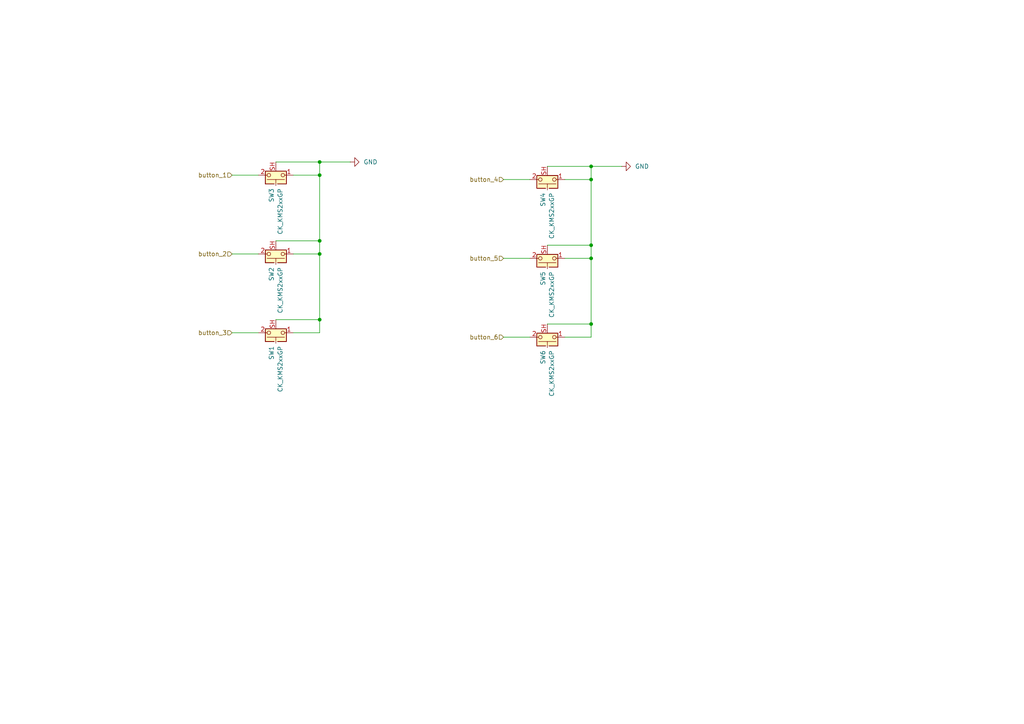
<source format=kicad_sch>
(kicad_sch (version 20250114) (generator "eeschema") (generator_version "9.0")
  (paper "A4")
  (lib_symbols
    (symbol "Switch:CK_KMS2xxGP" (pin_names (offset 1.016) (hide yes))
      (property "Reference" "SW" (at 4.318 2.032 0))
      (property "Value" "CK_KMS2xxGP" (at 0 4.572 0))
      (symbol "CK_KMS2xxGP_0_1"
        (circle (center -2.032 0) (radius 0.508))
        (polyline (pts (xy 0 1.27) (xy 0 3.048)))
        (polyline (pts (xy 0.508 2.54) (xy 3.048 2.54) (xy 3.048 -1.143) (xy -3.048 -1.143) (xy -3.048 2.54) (xy -0.508 2.54)) (stroke (width -0.0254)))
        (polyline (pts (xy 0.508 2.54) (xy 3.048 2.54) (xy 3.048 -1.143) (xy -3.048 -1.143) (xy -3.048 2.54) (xy -0.508 2.54)) (stroke (width 0.254)))
        (circle (center 2.032 0) (radius 0.508))
        (polyline (pts (xy 2.54 1.27) (xy -2.54 1.27)))
        (pin passive line (at -5.08 0 0) (length 2.54) (name "1") (number "1"))
        (pin passive line (at 5.08 0 180) (length 2.54) (name "2") (number "2"))
      )
      (symbol "CK_KMS2xxGP_1_1"
        (rectangle (start -3.048 2.54) (end 3.048 -1.27) (stroke (width -0.0254)) (fill (type background)))
        (pin passive line (at 0 -3.81 90) (length 2.54) (name "B") (number "SH"))
      )
    )
    (symbol "power:GND" (power) (pin_numbers (hide yes)) (pin_names (offset 0) (hide yes))
      (property "Value" "GND" (at 0 -3.81 0))
      (symbol "GND_0_1"
        (polyline (pts (xy 0 0) (xy 0 -1.27) (xy 1.27 -1.27) (xy 0 -2.54) (xy -1.27 -1.27) (xy 0 -1.27)))
      )
      (symbol "GND_1_1"
        (pin power_in line (at 0 0 270) (length 0) (name "~") (number "1"))
      )
    )
  )
  (junction (at 171.45 52.07))
  (junction (at 171.45 48.26))
  (junction (at 171.45 74.93))
  (junction (at 92.71 69.85))
  (junction (at 171.45 71.12))
  (junction (at 92.71 73.66))
  (junction (at 92.71 46.99))
  (junction (at 171.45 93.98))
  (junction (at 92.71 92.71))
  (junction (at 92.71 50.8))
  (wire (pts (xy 101.6 46.99) (xy 92.71 46.99)))
  (wire (pts (xy 67.31 50.8) (xy 74.93 50.8)))
  (wire (pts (xy 80.01 92.71) (xy 92.71 92.71)))
  (wire (pts (xy 158.75 48.26) (xy 171.45 48.26)))
  (wire (pts (xy 67.31 73.66) (xy 74.93 73.66)))
  (wire (pts (xy 67.31 96.52) (xy 74.93 96.52)))
  (wire (pts (xy 92.71 46.99) (xy 92.71 50.8)))
  (wire (pts (xy 180.34 48.26) (xy 171.45 48.26)))
  (wire (pts (xy 146.05 97.79) (xy 153.67 97.79)))
  (wire (pts (xy 171.45 48.26) (xy 171.45 52.07)))
  (wire (pts (xy 163.83 74.93) (xy 171.45 74.93)))
  (wire (pts (xy 85.09 73.66) (xy 92.71 73.66)))
  (wire (pts (xy 80.01 46.99) (xy 92.71 46.99)))
  (wire (pts (xy 146.05 52.07) (xy 153.67 52.07)))
  (wire (pts (xy 92.71 92.71) (xy 92.71 96.52)))
  (wire (pts (xy 92.71 69.85) (xy 92.71 50.8)))
  (wire (pts (xy 85.09 50.8) (xy 92.71 50.8)))
  (wire (pts (xy 85.09 96.52) (xy 92.71 96.52)))
  (wire (pts (xy 171.45 52.07) (xy 171.45 71.12)))
  (wire (pts (xy 171.45 74.93) (xy 171.45 93.98)))
  (wire (pts (xy 146.05 74.93) (xy 153.67 74.93)))
  (wire (pts (xy 92.71 73.66) (xy 92.71 69.85)))
  (wire (pts (xy 171.45 93.98) (xy 171.45 97.79)))
  (wire (pts (xy 163.83 52.07) (xy 171.45 52.07)))
  (wire (pts (xy 163.83 97.79) (xy 171.45 97.79)))
  (wire (pts (xy 158.75 71.12) (xy 171.45 71.12)))
  (wire (pts (xy 80.01 69.85) (xy 92.71 69.85)))
  (wire (pts (xy 158.75 93.98) (xy 171.45 93.98)))
  (wire (pts (xy 171.45 71.12) (xy 171.45 74.93)))
  (wire (pts (xy 92.71 73.66) (xy 92.71 92.71)))
  (hierarchical_label "button_6" (shape input) (at 146.05 97.79 180))
  (hierarchical_label "button_2" (shape input) (at 67.31 73.66 180))
  (hierarchical_label "button_3" (shape input) (at 67.31 96.52 180))
  (hierarchical_label "button_1" (shape input) (at 67.31 50.8 180))
  (hierarchical_label "button_4" (shape input) (at 146.05 52.07 180))
  (hierarchical_label "button_5" (shape input) (at 146.05 74.93 180))
  (symbol (lib_id "Switch:CK_KMS2xxGP") (at 80.01 50.8 180) (unit 1)
    (property "Reference" "SW3" (at 78.7399 54.61 90) (effects (justify left)))
    (property "Value" "CK_KMS2xxGP" (at 81.2799 54.61 90) (effects (justify left)))
    (property "Footprint" "Button_Switch_SMD:SW_SPST_CK_KMS2xxGP" (effects (hide yes)))
    (property "Datasheet" "https://www.ckswitches.com/media/1482/kms.pdf" (effects (hide yes)))
    (property "Description" "Microminiature SMT Side Actuated, 4.2 x 2.8 x 1.42mm, with pegs, with shield pin" (effects (hide yes)))
  )
  (symbol (lib_id "Switch:CK_KMS2xxGP") (at 158.75 52.07 180) (unit 1)
    (property "Reference" "SW4" (at 157.4799 55.88 90) (effects (justify left)))
    (property "Value" "CK_KMS2xxGP" (at 160.0199 55.88 90) (effects (justify left)))
    (property "Footprint" "Button_Switch_SMD:SW_SPST_CK_KMS2xxGP" (effects (hide yes)))
    (property "Datasheet" "https://www.ckswitches.com/media/1482/kms.pdf" (effects (hide yes)))
    (property "Description" "Microminiature SMT Side Actuated, 4.2 x 2.8 x 1.42mm, with pegs, with shield pin" (effects (hide yes)))
  )
  (symbol (lib_id "Switch:CK_KMS2xxGP") (at 80.01 73.66 180) (unit 1)
    (property "Reference" "SW2" (at 78.7399 77.47 90) (effects (justify left)))
    (property "Value" "CK_KMS2xxGP" (at 81.2799 77.47 90) (effects (justify left)))
    (property "Footprint" "Button_Switch_SMD:SW_SPST_CK_KMS2xxGP" (effects (hide yes)))
    (property "Datasheet" "https://www.ckswitches.com/media/1482/kms.pdf" (effects (hide yes)))
    (property "Description" "Microminiature SMT Side Actuated, 4.2 x 2.8 x 1.42mm, with pegs, with shield pin" (effects (hide yes)))
  )
  (symbol (lib_id "Switch:CK_KMS2xxGP") (at 158.75 97.79 180) (unit 1)
    (property "Reference" "SW6" (at 157.4799 101.6 90) (effects (justify left)))
    (property "Value" "CK_KMS2xxGP" (at 160.0199 101.6 90) (effects (justify left)))
    (property "Footprint" "Button_Switch_SMD:SW_SPST_CK_KMS2xxGP" (effects (hide yes)))
    (property "Datasheet" "https://www.ckswitches.com/media/1482/kms.pdf" (effects (hide yes)))
    (property "Description" "Microminiature SMT Side Actuated, 4.2 x 2.8 x 1.42mm, with pegs, with shield pin" (effects (hide yes)))
  )
  (symbol (lib_id "power:GND") (at 101.6 46.99 90) (unit 1)
    (property "Reference" "#PWR07" (effects (hide yes)))
    (property "Value" "GND" (at 105.41 46.9899 90) (effects (justify right)))
    (property "Description" "Power symbol creates a global label with name \"GND\" , ground" (effects (hide yes)))
  )
  (symbol (lib_id "power:GND") (at 180.34 48.26 90) (unit 1)
    (property "Reference" "#PWR08" (effects (hide yes)))
    (property "Value" "GND" (at 184.15 48.2599 90) (effects (justify right)))
    (property "Description" "Power symbol creates a global label with name \"GND\" , ground" (effects (hide yes)))
  )
  (symbol (lib_id "Switch:CK_KMS2xxGP") (at 158.75 74.93 180) (unit 1)
    (property "Reference" "SW5" (at 157.4799 78.74 90) (effects (justify left)))
    (property "Value" "CK_KMS2xxGP" (at 160.0199 78.74 90) (effects (justify left)))
    (property "Footprint" "Button_Switch_SMD:SW_SPST_CK_KMS2xxGP" (effects (hide yes)))
    (property "Datasheet" "https://www.ckswitches.com/media/1482/kms.pdf" (effects (hide yes)))
    (property "Description" "Microminiature SMT Side Actuated, 4.2 x 2.8 x 1.42mm, with pegs, with shield pin" (effects (hide yes)))
  )
  (symbol (lib_id "Switch:CK_KMS2xxGP") (at 80.01 96.52 180) (unit 1)
    (property "Reference" "SW1" (at 78.7399 100.33 90) (effects (justify left)))
    (property "Value" "CK_KMS2xxGP" (at 81.2799 100.33 90) (effects (justify left)))
    (property "Footprint" "Button_Switch_SMD:SW_SPST_CK_KMS2xxGP" (effects (hide yes)))
    (property "Datasheet" "https://www.ckswitches.com/media/1482/kms.pdf" (effects (hide yes)))
    (property "Description" "Microminiature SMT Side Actuated, 4.2 x 2.8 x 1.42mm, with pegs, with shield pin" (effects (hide yes)))
  )
)
</source>
